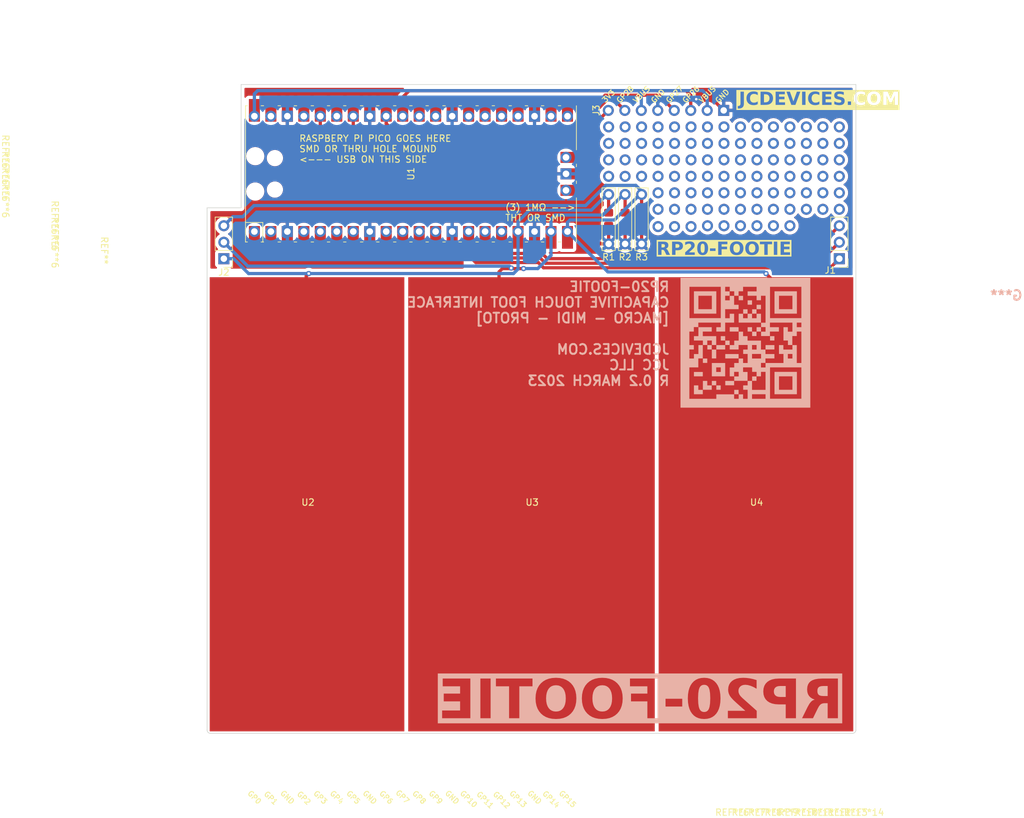
<source format=kicad_pcb>
(kicad_pcb (version 20221018) (generator pcbnew)
  (layers (0 "F.Cu" signal) (31 "B.Cu" signal) (34 "B.Paste" user) (35 "F.Paste" user) (36 "B.SilkS" user "B.Silkscreen") (37 "F.SilkS" user "F.Silkscreen") (38 "B.Mask" user) (39 "F.Mask" user) (44 "Edge.Cuts" user))
  (net 0 "")
  (net 1 "Net-(J1-Pin_1)")
  (net 2 "Net-(J1-Pin_2)")
  (net 3 "Net-(J1-Pin_3)")
  (net 4 "Net-(J2-Pin_1)")
  (net 5 "Net-(J2-Pin_2)")
  (net 6 "Net-(J2-Pin_3)")
  (net 7 "GND")
  (net 8 "Net-(J3-Pin_3)")
  (net 9 "Net-(J3-Pin_4)")
  (net 10 "Net-(J3-Pin_7)")
  (net 11 "Net-(#FLG0102-pwr)")
  (net 16 "+5V")
  (footprint "MCU_RaspberryPi_and_Boards:RPi_Pico_SMD_TH" (layer "F.Cu") (at 105.419 56.769 90)
    (fp_text reference "U1" (at 0 0 90) (layer "F.SilkS"))
    (fp_text value "Pico")
    (fp_text user "GP13" (at -96.366 16.51 135) (layer "F.SilkS") (effects (font (size 0.8 0.8))))
    (fp_text user "GP12" (at -96.512 13.97 135) (layer "F.SilkS") (effects (font (size 0.8 0.8))))
    (fp_text user "GP10" (at -96.366 8.89 135) (layer "F.SilkS") (effects (font (size 0.8 0.8))))
    (fp_text user "GP0" (at -96.112 -24.13 135) (layer "F.SilkS") (effects (font (size 0.8 0.8))))
    (fp_text user "GP8" (at -96.112 1.27 135) (layer "F.SilkS") (effects (font (size 0.8 0.8))))
    (fp_text user "GP2" (at -96.212 -16.51 135) (layer "F.SilkS") (effects (font (size 0.8 0.8))))
    (fp_text user "GP14" (at -96.412 21.59 135) (layer "F.SilkS") (effects (font (size 0.8 0.8))))
    (fp_text user "GP5" (at -96.112 -8.89 135) (layer "F.SilkS") (effects (font (size 0.8 0.8))))
    (fp_text user "GP3" (at -96.112 -13.97 135) (layer "F.SilkS") (effects (font (size 0.8 0.8))))
    (fp_text user "GND" (at -96.112 -6.35 135) (layer "F.SilkS") (effects (font (size 0.8 0.8))))
    (fp_text user "GP6" (at -96.112 -3.81 135) (layer "F.SilkS") (effects (font (size 0.8 0.8))))
    (fp_text user "GP11" (at -96.512 11.43 135) (layer "F.SilkS") (effects (font (size 0.8 0.8))))
    (fp_text user "GND" (at -96.112 -19.05 135) (layer "F.SilkS") (effects (font (size 0.8 0.8))))
    (fp_text user "GP15" (at -96.366 24.13 135) (layer "F.SilkS") (effects (font (size 0.8 0.8))))
    (fp_text user "GP7" (at -96.012 -1.3 135) (layer "F.SilkS") (effects (font (size 0.8 0.8))))
    (fp_text user "GP1" (at -96.212 -21.6 135) (layer "F.SilkS") (effects (font (size 0.8 0.8))))
    (fp_text user "GP4" (at -96.112 -11.43 135) (layer "F.SilkS") (effects (font (size 0.8 0.8))))
    (fp_text user "GP9" (at -96.112 3.81 135) (layer "F.SilkS") (effects (font (size 0.8 0.8))))
    (fp_text user "GND" (at -96.112 6.35 135) (layer "F.SilkS") (effects (font (size 0.8 0.8))))
    (fp_text user "GND" (at -96.112 19.05 135) (layer "F.SilkS") (effects (font (size 0.8 0.8))))
    (pad "" np_thru_hole oval (at -2.725 -24 90) (size 1.8 1.8) (drill 1.8) (layers "*.Cu" "*.Mask"))
    (pad "" np_thru_hole oval (at -2.425 -20.97 90) (size 1.5 1.5) (drill 1.5) (layers "*.Cu" "*.Mask"))
    (pad "" np_thru_hole oval (at 2.425 -20.97 90) (size 1.5 1.5) (drill 1.5) (layers "*.Cu" "*.Mask"))
    (pad "" np_thru_hole oval (at 2.725 -24 90) (size 1.8 1.8) (drill 1.8) (layers "*.Cu" "*.Mask"))
    (pad "1" thru_hole oval (at -8.89 -24.13 90) (size 1.7 1.7) (drill 1.02) (layers "*.Cu" "*.Mask"))
    (pad "1" smd rect (at -8.89 -24.13 90) (size 3.5 1.7) (drill (offset -0.9 0)) (layers "F.Cu" "F.Mask"))
    (pad "2" thru_hole oval (at -8.89 -21.59 90) (size 1.7 1.7) (drill 1.02) (layers "*.Cu" "*.Mask"))
    (pad "2" smd rect (at -8.89 -21.59 90) (size 3.5 1.7) (drill (offset -0.9 0)) (layers "F.Cu" "F.Mask"))
    (pad "3" thru_hole rect (at -8.89 -19.05 90) (size 1.7 1.7) (drill 1.02) (layers "*.Cu" "*.Mask") (net 7 "GND"))
    (pad "3" smd rect (at -8.89 -19.05 90) (size 3.5 1.7) (drill (offset -0.9 0)) (layers "F.Cu" "F.Mask") (net 7 "GND"))
    (pad "4" thru_hole oval (at -8.89 -16.51 90) (size 1.7 1.7) (drill 1.02) (layers "*.Cu" "*.Mask"))
    (pad "4" smd rect (at -8.89 -16.51 90) (size 3.5 1.7) (drill (offset -0.9 0)) (layers "F.Cu" "F.Mask"))
    (pad "5" thru_hole oval (at -8.89 -13.97 90) (size 1.7 1.7) (drill 1.02) (layers "*.Cu" "*.Mask"))
    (pad "5" smd rect (at -8.89 -13.97 90) (size 3.5 1.7) (drill (offset -0.9 0)) (layers "F.Cu" "F.Mask"))
    (pad "6" thru_hole oval (at -8.89 -11.43 90) (size 1.7 1.7) (drill 1.02) (layers "*.Cu" "*.Mask"))
    (pad "6" smd rect (at -8.89 -11.43 90) (size 3.5 1.7) (drill (offset -0.9 0)) (layers "F.Cu" "F.Mask"))
    (pad "7" thru_hole oval (at -8.89 -8.89 90) (size 1.7 1.7) (drill 1.02) (layers "*.Cu" "*.Mask"))
    (pad "7" smd rect (at -8.89 -8.89 90) (size 3.5 1.7) (drill (offset -0.9 0)) (layers "F.Cu" "F.Mask"))
    (pad "8" thru_hole rect (at -8.89 -6.35 90) (size 1.7 1.7) (drill 1.02) (layers "*.Cu" "*.Mask") (net 7 "GND"))
    (pad "8" smd rect (at -8.89 -6.35 90) (size 3.5 1.7) (drill (offset -0.9 0)) (layers "F.Cu" "F.Mask") (net 7 "GND"))
    (pad "9" thru_hole oval (at -8.89 -3.81 90) (size 1.7 1.7) (drill 1.02) (layers "*.Cu" "*.Mask"))
    (pad "9" smd rect (at -8.89 -3.81 90) (size 3.5 1.7) (drill (offset -0.9 0)) (layers "F.Cu" "F.Mask"))
    (pad "10" thru_hole oval (at -8.89 -1.27 90) (size 1.7 1.7) (drill 1.02) (layers "*.Cu" "*.Mask"))
    (pad "10" smd rect (at -8.89 -1.27 90) (size 3.5 1.7) (drill (offset -0.9 0)) (layers "F.Cu" "F.Mask"))
    (pad "11" thru_hole oval (at -8.89 1.27 90) (size 1.7 1.7) (drill 1.02) (layers "*.Cu" "*.Mask"))
    (pad "11" smd rect (at -8.89 1.27 90) (size 3.5 1.7) (drill (offset -0.9 0)) (layers "F.Cu" "F.Mask"))
    (pad "12" thru_hole oval (at -8.89 3.81 90) (size 1.7 1.7) (drill 1.02) (layers "*.Cu" "*.Mask"))
    (pad "12" smd rect (at -8.89 3.81 90) (size 3.5 1.7) (drill (offset -0.9 0)) (layers "F.Cu" "F.Mask"))
    (pad "13" thru_hole rect (at -8.89 6.35 90) (size 1.7 1.7) (drill 1.02) (layers "*.Cu" "*.Mask") (net 7 "GND"))
    (pad "13" smd rect (at -8.89 6.35 90) (size 3.5 1.7) (drill (offset -0.9 0)) (layers "F.Cu" "F.Mask") (net 7 "GND"))
    (pad "14" thru_hole oval (at -8.89 8.89 90) (size 1.7 1.7) (drill 1.02) (layers "*.Cu" "*.Mask") (net 1 "Net-(J1-Pin_1)"))
    (pad "14" smd rect (at -8.89 8.89 90) (size 3.5 1.7) (drill (offset -0.9 0)) (layers "F.Cu" "F.Mask") (net 1 "Net-(J1-Pin_1)"))
    (pad "15" thru_hole oval (at -8.89 11.43 90) (size 1.7 1.7) (drill 1.02) (layers "*.Cu" "*.Mask") (net 2 "Net-(J1-Pin_2)"))
    (pad "15" smd rect (at -8.89 11.43 90) (size 3.5 1.7) (drill (offset -0.9 0)) (layers "F.Cu" "F.Mask") (net 2 "Net-(J1-Pin_2)"))
    (pad "16" thru_hole oval (at -8.89 13.97 90) (size 1.7 1.7) (drill 1.02) (layers "*.Cu" "*.Mask") (net 3 "Net-(J1-Pin_3)"))
    (pad "16" smd rect (at -8.89 13.97 90) (size 3.5 1.7) (drill (offset -0.9 0)) (layers "F.Cu" "F.Mask") (net 3 "Net-(J1-Pin_3)"))
    (pad "17" thru_hole oval (at -8.89 16.51 90) (size 1.7 1.7) (drill 1.02) (layers "*.Cu" "*.Mask") (net 4 "Net-(J2-Pin_1)"))
    (pad "17" smd rect (at -8.89 16.51 90) (size 3.5 1.7) (drill (offset -0.9 0)) (layers "F.Cu" "F.Mask") (net 4 "Net-(J2-Pin_1)"))
    (pad "18" thru_hole rect (at -8.89 19.05 90) (size 1.7 1.7) (drill 1.02) (layers "*.Cu" "*.Mask") (net 7 "GND"))
    (pad "18" smd rect (at -8.89 19.05 90) (size 3.5 1.7) (drill (offset -0.9 0)) (layers "F.Cu" "F.Mask") (net 7 "GND"))
    (pad "19" thru_hole oval (at -8.89 21.59 90) (size 1.7 1.7) (drill 1.02) (layers "*.Cu" "*.Mask") (net 5 "Net-(J2-Pin_2)"))
    (pad "19" smd rect (at -8.89 21.59 90) (size 3.5 1.7) (drill (offset -0.9 0)) (layers "F.Cu" "F.Mask") (net 5 "Net-(J2-Pin_2)"))
    (pad "20" thru_hole oval (at -8.89 24.13 90) (size 1.7 1.7) (drill 1.02) (layers "*.Cu" "*.Mask") (net 6 "Net-(J2-Pin_3)"))
    (pad "20" smd rect (at -8.89 24.13 90) (size 3.5 1.7) (drill (offset -0.9 0)) (layers "F.Cu" "F.Mask") (net 6 "Net-(J2-Pin_3)"))
    (pad "21" thru_hole oval (at 8.89 24.13 90) (size 1.7 1.7) (drill 1.02) (layers "*.Cu" "*.Mask"))
    (pad "21" smd rect (at 8.89 24.13 90) (size 3.5 1.7) (drill (offset 0.9 0)) (layers "F.Cu" "F.Mask"))
    (pad "22" thru_hole oval (at 8.89 21.59 90) (size 1.7 1.7) (drill 1.02) (layers "*.Cu" "*.Mask"))
    (pad "22" smd rect (at 8.89 21.59 90) (size 3.5 1.7) (drill (offset 0.9 0)) (layers "F.Cu" "F.Mask"))
    (pad "23" thru_hole rect (at 8.89 19.05 90) (size 1.7 1.7) (drill 1.02) (layers "*.Cu" "*.Mask") (net 7 "GND"))
    (pad "23" smd rect (at 8.89 19.05 90) (size 3.5 1.7) (drill (offset 0.9 0)) (layers "F.Cu" "F.Mask") (net 7 "GND"))
    (pad "24" thru_hole oval (at 8.89 16.51 90) (size 1.7 1.7) (drill 1.02) (layers "*.Cu" "*.Mask"))
    (pad "24" smd rect (at 8.89 16.51 90) (size 3.5 1.7) (drill (offset 0.9 0)) (layers "F.Cu" "F.Mask"))
    (pad "25" thru_hole oval (at 8.89 13.97 90) (size 1.7 1.7) (drill 1.02) (layers "*.Cu" "*.Mask"))
    (pad "25" smd rect (at 8.89 13.97 90) (size 3.5 1.7) (drill (offset 0.9 0)) (layers "F.Cu" "F.Mask"))
    (pad "26" thru_hole oval (at 8.89 11.43 90) (size 1.7 1.7) (drill 1.02) (layers "*.Cu" "*.Mask"))
    (pad "26" smd rect (at 8.89 11.43 90) (size 3.5 1.7) (drill (offset 0.9 0)) (layers "F.Cu" "F.Mask"))
    (pad "27" thru_hole oval (at 8.89 8.89 90) (size 1.7 1.7) (drill 1.02) (layers "*.Cu" "*.Mask"))
    (pad "27" smd rect (at 8.89 8.89 90) (size 3.5 1.7) (drill (offset 0.9 0)) (layers "F.Cu" "F.Mask"))
    (pad "28" thru_hole rect (at 8.89 6.35 90) (size 1.7 1.7) (drill 1.02) (layers "*.Cu" "*.Mask") (net 7 "GND"))
    (pad "28" smd rect (at 8.89 6.35 90) (size 3.5 1.7) (drill (offset 0.9 0)) (layers "F.Cu" "F.Mask") (net 7 "GND"))
    (pad "29" thru_hole oval (at 8.89 3.81 90) (size 1.7 1.7) (drill 1.02) (layers "*.Cu" "*.Mask"))
    (pad "29" smd rect (at 8.89 3.81 90) (size 3.5 1.7) (drill (offset 0.9 0)) (layers "F.Cu" "F.Mask"))
    (pad "30" thru_hole oval (at 8.89 1.27 90) (size 1.7 1.7) (drill 1.02) (layers "*.Cu" "*.Mask"))
    (pad "30" smd rect (at 8.89 1.27 90) (size 3.5 1.7) (drill (offset 0.9 0)) (layers "F.Cu" "F.Mask"))
    (pad "31" thru_hole oval (at 8.89 -1.27 90) (size 1.7 1.7) (drill 1.02) (layers "*.Cu" "*.Mask") (net 8 "Net-(J3-Pin_3)"))
    (pad "31" smd rect (at 8.89 -1.27 90) (size 3.5 1.7) (drill (offset 0.9 0)) (layers "F.Cu" "F.Mask") (net 8 "Net-(J3-Pin_3)"))
    (pad "32" thru_hole oval (at 8.89 -3.81 90) (size 1.7 1.7) (drill 1.02) (layers "*.Cu" "*.Mask") (net 9 "Net-(J3-Pin_4)"))
    (pad "32" smd rect (at 8.89 -3.81 90) (size 3.5 1.7) (drill (offset 0.9 0)) (layers "F.Cu" "F.Mask") (net 9 "Net-(J3-Pin_4)"))
    (pad "33" thru_hole rect (at 8.89 -6.35 90) (size 1.7 1.7) (drill 1.02) (layers "*.Cu" "*.Mask") (net 7 "GND"))
    (pad "33" smd rect (at 8.89 -6.35 90) (size 3.5 1.7) (drill (offset 0.9 0)) (layers "F.Cu" "F.Mask") (net 7 "GND"))
    (pad "34" thru_hole oval (at 8.89 -8.89 90) (size 1.7 1.7) (drill 1.02) (layers "*.Cu" "*.Mask") (net 10 "Net-(J3-Pin_7)"))
    (pad "34" smd rect (at 8.89 -8.89 90) (size 3.5 1.7) (drill (offset 0.9 0)) (layers "F.Cu" "F.Mask") (net 10 "Net-(J3-Pin_7)"))
    (pad "35" thru_hole oval (at 8.89 -11.43 90) (size 1.7 1.7) (drill 1.02) (layers "*.Cu" "*.Mask"))
    (pad "35" smd rect (at 8.89 -11.43 90) (size 3.5 1.7) (drill (offset 0.9 0)) (layers "F.Cu" "F.Mask"))
    (pad "36" thru_hole oval (at 8.89 -13.97 90) (size 1.7 1.7) (drill 1.02) (layers "*.Cu" "*.Mask") (net 11 "Net-(#FLG0102-pwr)"))
    (pad "36" smd rect (at 8.89 -13.97 90) (size 3.5 1.7) (drill (offset 0.9 0)) (layers "F.Cu" "F.Mask") (net 11 "Net-(#FLG0102-pwr)"))
    (pad "37" thru_hole oval (at 8.89 -16.51 90) (size 1.7 1.7) (drill 1.02) (layers "*.Cu" "*.Mask"))
    (pad "37" smd rect (at 8.89 -16.51 90) (size 3.5 1.7) (drill (offset 0.9 0)) (layers "F.Cu" "F.Mask"))
    (pad "38" thru_hole rect (at 8.89 -19.05 90) (size 1.7 1.7) (drill 1.02) (layers "*.Cu" "*.Mask") (net 7 "GND"))
    (pad "38" smd rect (at 8.89 -19.05 90) (size 3.5 1.7) (drill (offset 0.9 0)) (layers "F.Cu" "F.Mask") (net 7 "GND"))
    (pad "39" thru_hole oval (at 8.89 -21.59 90) (size 1.7 1.7) (drill 1.02) (layers "*.Cu" "*.Mask"))
    (pad "39" smd rect (at 8.89 -21.59 90) (size 3.5 1.7) (drill (offset 0.9 0)) (layers "F.Cu" "F.Mask"))
    (pad "40" thru_hole oval (at 8.89 -24.13 90) (size 1.7 1.7) (drill 1.02) (layers "*.Cu" "*.Mask") (net 16 "+5V"))
    (pad "40" smd rect (at 8.89 -24.13 90) (size 3.5 1.7) (drill (offset 0.9 0)) (layers "F.Cu" "F.Mask") (net 16 "+5V"))
    (pad "41" thru_hole oval (at -2.54 23.9 90) (size 1.7 1.7) (drill 1.02) (layers "*.Cu" "*.Mask"))
    (pad "41" smd rect (at -2.54 23.9 180) (size 3.5 1.7) (drill (offset -0.9 0)) (layers "F.Cu" "F.Mask"))
    (pad "42" thru_hole rect (at 0 23.9 90) (size 1.7 1.7) (drill 1.02) (layers "*.Cu" "*.Mask") (net 7 "GND"))
    (pad "42" smd rect (at 0 23.9 180) (size 3.5 1.7) (drill (offset -0.9 0)) (layers "F.Cu" "F.Mask") (net 7 "GND"))
    (pad "43" thru_hole oval (at 2.54 23.9 90) (size 1.7 1.7) (drill 1.02) (layers "*.Cu" "*.Mask"))
    (pad "43" smd rect (at 2.54 23.9 180) (size 3.5 1.7) (drill (offset -0.9 0)) (layers "F.Cu" "F.Mask"))
  )
  (footprint "JCC:pad-lr" (layer "F.Cu") (at 158.7 107.9)
    (fp_text reference "U4" (at 0 -0.5 unlocked) (layer "F.SilkS"))
    (fp_text value "PAD-LR")
    (pad "1" smd rect (at -0.1 -0.2) (size 30 70) (layers "F.Cu" "F.Paste" "F.Mask") (net 6 "Net-(J2-Pin_3)"))
    (pad "1" smd roundrect (at 0 -0.1) (size 2.286 1.524) (layers "F.Cu" "F.Paste" "F.Mask") (net 6 "Net-(J2-Pin_3)"))
  )
  (footprint "JCC:row-6-through-hole-jsc" (layer "F.Cu") (at 153.67 62.23)
    (fp_text reference "REF**7" (at 3.81 92.964 unlocked) (layer "F.SilkS"))
    (fp_text value "row-6-through-hole-jsc")
    (pad "" thru_hole circle (at 0 -12.7) (size 1.7 1.7) (drill 1) (layers "*.Cu" "*.Mask"))
    (pad "" thru_hole circle (at 0 -10.16) (size 1.7 1.7) (drill 1) (layers "*.Cu" "*.Mask"))
    (pad "" thru_hole circle (at 0 -7.62) (size 1.7 1.7) (drill 1) (layers "*.Cu" "*.Mask"))
    (pad "" thru_hole circle (at 0 -5.08) (size 1.7 1.7) (drill 1) (layers "*.Cu" "*.Mask"))
    (pad "" thru_hole circle (at 0 -2.54) (size 1.7 1.7) (drill 1) (layers "*.Cu" "*.Mask"))
    (pad "" thru_hole circle (at 0 0) (size 1.7 1.7) (drill 1) (layers "*.Cu" "*.Mask"))
  )
  (footprint "JCC:row-6-through-hole-jsc" (layer "F.Cu") (at 171.45 62.23)
    (fp_text reference "REF**14" (at 3.81 92.964 unlocked) (layer "F.SilkS"))
    (fp_text value "row-6-through-hole-jsc")
    (pad "" thru_hole circle (at 0 -12.7) (size 1.7 1.7) (drill 1) (layers "*.Cu" "*.Mask"))
    (pad "" thru_hole circle (at 0 -10.16) (size 1.7 1.7) (drill 1) (layers "*.Cu" "*.Mask"))
    (pad "" thru_hole circle (at 0 -7.62) (size 1.7 1.7) (drill 1) (layers "*.Cu" "*.Mask"))
    (pad "" thru_hole circle (at 0 -5.08) (size 1.7 1.7) (drill 1) (layers "*.Cu" "*.Mask"))
    (pad "" thru_hole circle (at 0 -2.54) (size 1.7 1.7) (drill 1) (layers "*.Cu" "*.Mask"))
    (pad "" thru_hole circle (at 0 0) (size 1.7 1.7) (drill 1) (layers "*.Cu" "*.Mask"))
  )
  (footprint "JCC:pad-ctr" (layer "F.Cu") (at 124.1 107.9)
    (fp_text reference "U3" (at 0 -0.5 unlocked) (layer "F.SilkS"))
    (fp_text value "PAD-CTR")
    (pad "1" smd rect (at -0.1 -0.2) (size 38 70) (layers "F.Cu" "F.Paste" "F.Mask") (net 5 "Net-(J2-Pin_2)"))
    (pad "1" smd roundrect (at 0 -0.1) (size 2.286 1.524) (layers "F.Cu" "F.Paste" "F.Mask") (net 5 "Net-(J2-Pin_2)"))
  )
  (footprint "Connector_PinHeader_2.54mm:PinHeader_1x08_P2.54mm_Vertical" (layer "F.Cu") (at 153.625 46.99 -90)
    (fp_text reference "J3" (at 0 19.64 90) (layer "F.SilkS"))
    (fp_text value "Conn_01x08_Male")
    (pad "1" thru_hole rect (at 0 0 270) (size 1.7 1.7) (drill 1) (layers "*.Cu" "*.Mask") (net 7 "GND"))
    (pad "2" thru_hole oval (at 0 2.54 270) (size 1.7 1.7) (drill 1) (layers "*.Cu" "*.Mask") (net 16 "+5V"))
    (pad "3" thru_hole oval (at 0 5.08 270) (size 1.7 1.7) (drill 1) (layers "*.Cu" "*.Mask") (net 8 "Net-(J3-Pin_3)"))
    (pad "4" thru_hole oval (at 0 7.62 270) (size 1.7 1.7) (drill 1) (layers "*.Cu" "*.Mask") (net 9 "Net-(J3-Pin_4)"))
    (pad "5" thru_hole oval (at 0 10.16 270) (size 1.7 1.7) (drill 1) (layers "*.Cu" "*.Mask") (net 7 "GND"))
    (pad "6" thru_hole oval (at 0 12.7 270) (size 1.7 1.7) (drill 1) (layers "*.Cu" "*.Mask") (net 16 "+5V"))
    (pad "7" thru_hole oval (at 0 15.24 270) (size 1.7 1.7) (drill 1) (layers "*.Cu" "*.Mask") (net 10 "Net-(J3-Pin_7)"))
    (pad "8" thru_hole oval (at 0 17.78 270) (size 1.7 1.7) (drill 1) (layers "*.Cu" "*.Mask") (net 11 "Net-(#FLG0102-pwr)"))
  )
  (footprint "JCC:row-6-through-hole-jsc" (layer "F.Cu") (at 135.89 49.53 -90)
    (fp_text reference "REF**6" (at 3.81 92.964 -90 unlocked) (layer "F.SilkS"))
    (fp_text value "row-6-through-hole-jsc")
    (pad "" thru_hole circle (at 0 -12.7 270) (size 1.7 1.7) (drill 1) (layers "*.Cu" "*.Mask"))
    (pad "" thru_hole circle (at 0 -10.16 270) (size 1.7 1.7) (drill 1) (layers "*.Cu" "*.Mask"))
    (pad "" thru_hole circle (at 0 -7.62 270) (size 1.7 1.7) (drill 1) (layers "*.Cu" "*.Mask"))
    (pad "" thru_hole circle (at 0 -5.08 270) (size 1.7 1.7) (drill 1) (layers "*.Cu" "*.Mask"))
    (pad "" thru_hole circle (at 0 -2.54 270) (size 1.7 1.7) (drill 1) (layers "*.Cu" "*.Mask"))
    (pad "" thru_hole circle (at 0 0 270) (size 1.7 1.7) (drill 1) (layers "*.Cu" "*.Mask"))
  )
  (footprint "JCC:row-6-through-hole-jsc" (layer "F.Cu") (at 151.13 64.77 -90)
    (fp_text reference "REF**" (at 3.81 92.964 -90 unlocked) (layer "F.SilkS"))
    (fp_text value "row-6-through-hole-jsc")
    (pad "" thru_hole circle (at 0 -12.7 270) (size 1.7 1.7) (drill 1) (layers "*.Cu" "*.Mask"))
    (pad "" thru_hole circle (at 0 -10.16 270) (size 1.7 1.7) (drill 1) (layers "*.Cu" "*.Mask"))
    (pad "" thru_hole circle (at 0 -7.62 270) (size 1.7 1.7) (drill 1) (layers "*.Cu" "*.Mask"))
    (pad "" thru_hole circle (at 0 -5.08 270) (size 1.7 1.7) (drill 1) (layers "*.Cu" "*.Mask"))
    (pad "" thru_hole circle (at 0 -2.54 270) (size 1.7 1.7) (drill 1) (layers "*.Cu" "*.Mask"))
    (pad "" thru_hole circle (at 0 0 270) (size 1.7 1.7) (drill 1) (layers "*.Cu" "*.Mask"))
  )
  (footprint "JCC:row-6-through-hole-jsc" (layer "F.Cu") (at 135.89 52.07 -90)
    (fp_text reference "REF**6" (at 3.81 92.964 -90 unlocked) (layer "F.SilkS"))
    (fp_text value "row-6-through-hole-jsc")
    (pad "" thru_hole circle (at 0 -12.7 270) (size 1.7 1.7) (drill 1) (layers "*.Cu" "*.Mask"))
    (pad "" thru_hole circle (at 0 -10.16 270) (size 1.7 1.7) (drill 1) (layers "*.Cu" "*.Mask"))
    (pad "" thru_hole circle (at 0 -7.62 270) (size 1.7 1.7) (drill 1) (layers "*.Cu" "*.Mask"))
    (pad "" thru_hole circle (at 0 -5.08 270) (size 1.7 1.7) (drill 1) (layers "*.Cu" "*.Mask"))
    (pad "" thru_hole circle (at 0 -2.54 270) (size 1.7 1.7) (drill 1) (layers "*.Cu" "*.Mask"))
    (pad "" thru_hole circle (at 0 0 270) (size 1.7 1.7) (drill 1) (layers "*.Cu" "*.Mask"))
  )
  (footprint "JCC:row-6-through-hole-jsc" (layer "F.Cu") (at 166.37 62.23)
    (fp_text reference "REF**12" (at 3.81 92.964 unlocked) (layer "F.SilkS"))
    (fp_text value "row-6-through-hole-jsc")
    (pad "" thru_hole circle (at 0 -12.7) (size 1.7 1.7) (drill 1) (layers "*.Cu" "*.Mask"))
    (pad "" thru_hole circle (at 0 -10.16) (size 1.7 1.7) (drill 1) (layers "*.Cu" "*.Mask"))
    (pad "" thru_hole circle (at 0 -7.62) (size 1.7 1.7) (drill 1) (layers "*.Cu" "*.Mask"))
    (pad "" thru_hole circle (at 0 -5.08) (size 1.7 1.7) (drill 1) (layers "*.Cu" "*.Mask"))
    (pad "" thru_hole circle (at 0 -2.54) (size 1.7 1.7) (drill 1) (layers "*.Cu" "*.Mask"))
    (pad "" thru_hole circle (at 0 0) (size 1.7 1.7) (drill 1) (layers "*.Cu" "*.Mask"))
  )
  (footprint "JCC:row-6-through-hole-jsc" (layer "F.Cu") (at 135.89 57.15 -90)
    (fp_text reference "REF**6" (at 3.81 92.964 -90 unlocked) (layer "F.SilkS"))
    (fp_text value "row-6-through-hole-jsc")
    (pad "" thru_hole circle (at 0 -12.7 270) (size 1.7 1.7) (drill 1) (layers "*.Cu" "*.Mask"))
    (pad "" thru_hole circle (at 0 -10.16 270) (size 1.7 1.7) (drill 1) (layers "*.Cu" "*.Mask"))
    (pad "" thru_hole circle (at 0 -7.62 270) (size 1.7 1.7) (drill 1) (layers "*.Cu" "*.Mask"))
    (pad "" thru_hole circle (at 0 -5.08 270) (size 1.7 1.7) (drill 1) (layers "*.Cu" "*.Mask"))
    (pad "" thru_hole circle (at 0 -2.54 270) (size 1.7 1.7) (drill 1) (layers "*.Cu" "*.Mask"))
    (pad "" thru_hole circle (at 0 0 270) (size 1.7 1.7) (drill 1) (layers "*.Cu" "*.Mask"))
  )
  (footprint "JCC:row-6-through-hole-jsc" (layer "F.Cu") (at 163.83 62.23)
    (fp_text reference "REF**11" (at 3.81 92.964 unlocked) (layer "F.SilkS"))
    (fp_text value "row-6-through-hole-jsc")
    (pad "" thru_hole circle (at 0 -12.7) (size 1.7 1.7) (drill 1) (layers "*.Cu" "*.Mask"))
    (pad "" thru_hole circle (at 0 -10.16) (size 1.7 1.7) (drill 1) (layers "*.Cu" "*.Mask"))
    (pad "" thru_hole circle (at 0 -7.62) (size 1.7 1.7) (drill 1) (layers "*.Cu" "*.Mask"))
    (pad "" thru_hole circle (at 0 -5.08) (size 1.7 1.7) (drill 1) (layers "*.Cu" "*.Mask"))
    (pad "" thru_hole circle (at 0 -2.54) (size 1.7 1.7) (drill 1) (layers "*.Cu" "*.Mask"))
    (pad "" thru_hole circle (at 0 0) (size 1.7 1.7) (drill 1) (layers "*.Cu" "*.Mask"))
  )
  (footprint "Connector_PinHeader_2.54mm:PinHeader_1x03_P2.54mm_Vertical" (layer "F.Cu") (at 171.45 69.85 180)
    (fp_text reference "J1" (at 1.397 -1.778) (layer "F.SilkS"))
    (fp_text value "Conn_01x03_Male")
    (pad "1" thru_hole rect (at 0 0 180) (size 1.7 1.7) (drill 1) (layers "*.Cu" "*.Mask") (net 1 "Net-(J1-Pin_1)"))
    (pad "2" thru_hole oval (at 0 2.54 180) (size 1.7 1.7) (drill 1) (layers "*.Cu" "*.Mask") (net 2 "Net-(J1-Pin_2)"))
    (pad "3" thru_hole oval (at 0 5.08 180) (size 1.7 1.7) (drill 1) (layers "*.Cu" "*.Mask") (net 3 "Net-(J1-Pin_3)"))
  )
  (footprint "JCC:row-6-through-hole-jsc" (layer "F.Cu") (at 143.51 64.897 -90)
    (fp_text reference "REF**6" (at 3.81 92.964 -90 unlocked) (layer "F.SilkS"))
    (fp_text value "row-6-through-hole-jsc")
    (pad "" thru_hole circle (at 0 -5.08 270) (size 1.7 1.7) (drill 1) (layers "*.Cu" "*.Mask"))
    (pad "" thru_hole circle (at 0 -2.54 270) (size 1.7 1.7) (drill 1) (layers "*.Cu" "*.Mask"))
    (pad "" thru_hole circle (at 0 0 270) (size 1.7 1.7) (drill 1) (layers "*.Cu" "*.Mask"))
  )
  (footprint "JCC:row-6-through-hole-jsc" (layer "F.Cu") (at 161.29 62.23)
    (fp_text reference "REF**10" (at 3.81 92.964 unlocked) (layer "F.SilkS"))
    (fp_text value "row-6-through-hole-jsc")
    (pad "" thru_hole circle (at 0 -12.7) (size 1.7 1.7) (drill 1) (layers "*.Cu" "*.Mask"))
    (pad "" thru_hole circle (at 0 -10.16) (size 1.7 1.7) (drill 1) (layers "*.Cu" "*.Mask"))
    (pad "" thru_hole circle (at 0 -7.62) (size 1.7 1.7) (drill 1) (layers "*.Cu" "*.Mask"))
    (pad "" thru_hole circle (at 0 -5.08) (size 1.7 1.7) (drill 1) (layers "*.Cu" "*.Mask"))
    (pad "" thru_hole circle (at 0 -2.54) (size 1.7 1.7) (drill 1) (layers "*.Cu" "*.Mask"))
    (pad "" thru_hole circle (at 0 0) (size 1.7 1.7) (drill 1) (layers "*.Cu" "*.Mask"))
  )
  (footprint "JCC:row-6-through-hole-jsc" (layer "F.Cu") (at 156.21 62.23)
    (fp_text reference "REF**8" (at 3.81 92.964 unlocked) (layer "F.SilkS"))
    (fp_text value "row-6-through-hole-jsc")
    (pad "" thru_hole circle (at 0 -12.7) (size 1.7 1.7) (drill 1) (layers "*.Cu" "*.Mask"))
    (pad "" thru_hole circle (at 0 -10.16) (size 1.7 1.7) (drill 1) (layers "*.Cu" "*.Mask"))
    (pad "" thru_hole circle (at 0 -7.62) (size 1.7 1.7) (drill 1) (layers "*.Cu" "*.Mask"))
    (pad "" thru_hole circle (at 0 -5.08) (size 1.7 1.7) (drill 1) (layers "*.Cu" "*.Mask"))
    (pad "" thru_hole circle (at 0 -2.54) (size 1.7 1.7) (drill 1) (layers "*.Cu" "*.Mask"))
    (pad "" thru_hole circle (at 0 0) (size 1.7 1.7) (drill 1) (layers "*.Cu" "*.Mask"))
  )
  (footprint "JCC:row-6-through-hole-jsc" (layer "F.Cu") (at 143.51 59.69 -90)
    (fp_text reference "REF**6" (at 3.81 92.964 -90 unlocked) (layer "F.SilkS"))
    (fp_text value "row-6-through-hole-jsc")
    (pad "" thru_hole circle (at 0 -5.08 270) (size 1.7 1.7) (drill 1) (layers "*.Cu" "*.Mask"))
    (pad "" thru_hole circle (at 0 -2.54 270) (size 1.7 1.7) (drill 1) (layers "*.Cu" "*.Mask"))
    (pad "" thru_hole circle (at 0 0 270) (size 1.7 1.7) (drill 1) (layers "*.Cu" "*.Mask"))
  )
  (footprint "JCC:row-6-through-hole-jsc" (layer "F.Cu") (at 151.13 62.23)
    (fp_text reference "REF**6" (at 3.81 92.964 unlocked) (layer "F.SilkS"))
    (fp_text value "row-6-through-hole-jsc")
    (pad "" thru_hole circle (at 0 -12.7) (size 1.7 1.7) (drill 1) (layers "*.Cu" "*.Mask"))
    (pad "" thru_hole circle (at 0 -10.16) (size 1.7 1.7) (drill 1) (layers "*.Cu" "*.Mask"))
    (pad "" thru_hole circle (at 0 -7.62) (size 1.7 1.7) (drill 1) (layers "*.Cu" "*.Mask"))
    (pad "" thru_hole circle (at 0 -5.08) (size 1.7 1.7) (drill 1) (layers "*.Cu" "*.Mask"))
    (pad "" thru_hole circle (at 0 -2.54) (size 1.7 1.7) (drill 1) (layers "*.Cu" "*.Mask"))
    (pad "" thru_hole circle (at 0 0) (size 1.7 1.7) (drill 1) (layers "*.Cu" "*.Mask"))
  )
  (footprint "JCC:R_0805_2012Metric_Pad1.20x1.40mm_HandSolder-THT-JSC" (layer "F.Cu") (at 138.43 63.754 90)
    (fp_text reference "R2" (at -5.842 0) (layer "F.SilkS"))
    (fp_text value "1M")
    (fp_line (start -1.6 0) (end -3.048 0) (stroke (width 0.5)) (layer "F.Cu"))
    (fp_line (start 1 0) (end 3.048 0) (stroke (width 0.5)) (layer "F.Cu"))
    (pad "" smd roundrect (at -1 0 90) (size 1.2 1.4) (layers "F.Cu" "F.Paste" "F.Mask") (roundrect_rratio 0.2083333333))
    (pad "" smd roundrect (at 1 0 90) (size 1.2 1.4) (layers "F.Cu" "F.Paste" "F.Mask") (roundrect_rratio 0.2083333333))
    (pad "1" thru_hole circle (at 3.81 0 90) (size 1.7 1.7) (drill 1) (layers "*.Cu" "*.Mask") (net 5 "Net-(J2-Pin_2)"))
    (pad "2" thru_hole circle (at -3.81 0 90) (size 1.7 1.7) (drill 1) (layers "*.Cu" "*.Mask") (net 7 "GND"))
  )
  (footprint "Connector_PinHeader_2.54mm:PinHeader_1x03_P2.54mm_Vertical" (layer "F.Cu") (at 76.581 69.85 180)
    (fp_text reference "J2" (at 0 -2.1) (layer "F.SilkS"))
    (fp_text value "Conn_01x03_Male")
    (pad "1" thru_hole rect (at 0 0 180) (size 1.7 1.7) (drill 1) (layers "*.Cu" "*.Mask") (net 4 "Net-(J2-Pin_1)"))
    (pad "2" thru_hole oval (at 0 2.54 180) (size 1.7 1.7) (drill 1) (layers "*.Cu" "*.Mask") (net 5 "Net-(J2-Pin_2)"))
    (pad "3" thru_hole oval (at 0 5.08 180) (size 1.7 1.7) (drill 1) (layers "*.Cu" "*.Mask") (net 6 "Net-(J2-Pin_3)"))
  )
  (footprint "JCC:R_0805_2012Metric_Pad1.20x1.40mm_HandSolder-THT-JSC" (layer "F.Cu") (at 140.97 63.754 90)
    (fp_text reference "R3" (at -5.842 0) (layer "F.SilkS"))
    (fp_text value "1M")
    (fp_line (start -1.6 0) (end -3.048 0) (stroke (width 0.5)) (layer "F.Cu"))
    (fp_line (start 1 0) (end 3.048 0) (stroke (width 0.5)) (layer "F.Cu"))
    (pad "" smd roundrect (at -1 0 90) (size 1.2 1.4) (layers "F.Cu" "F.Paste" "F.Mask") (roundrect_rratio 0.2083333333))
    (pad "" smd roundrect (at 1 0 90) (size 1.2 1.4) (layers "F.Cu" "F.Paste" "F.Mask") (roundrect_rratio 0.2083333333))
    (pad "1" thru_hole circle (at 3.81 0 90) (size 1.7 1.7) (drill 1) (layers "*.Cu" "*.Mask") (net 6 "Net-(J2-Pin_3)"))
    (pad "2" thru_hole circle (at -3.81 0 90) (size 1.7 1.7) (drill 1) (layers "*.Cu" "*.Mask") (net 7 "GND"))
  )
  (footprint "JCC:pad-lr" (layer "F.Cu") (at 89.55 107.9)
    (fp_text reference "U2" (at 0 -0.5 unlocked) (layer "F.SilkS"))
    (fp_text value "PAD-LR")
    (pad "1" smd rect (at -0.15 -0.2) (size 30 70) (layers "F.Cu" "F.Paste" "F.Mask") (net 4 "Net-(J2-Pin_1)"))
    (pad "1" smd roundrect (at 0 -0.1) (size 2.286 1.524) (layers "F.Cu" "F.Paste" "F.Mask") (net 4 "Net-(J2-Pin_1)"))
  )
  (footprint "JCC:row-6-through-hole-jsc" (layer "F.Cu") (at 158.75 62.23)
    (fp_text reference "REF**9" (at 3.81 92.964 unlocked) (layer "F.SilkS"))
    (fp_text value "row-6-through-hole-jsc")
    (pad "" thru_hole circle (at 0 -12.7) (size 1.7 1.7) (drill 1) (layers "*.Cu" "*.Mask"))
    (pad "" thru_hole circle (at 0 -10.16) (size 1.7 1.7) (drill 1) (layers "*.Cu" "*.Mask"))
    (pad "" thru_hole circle (at 0 -7.62) (size 1.7 1.7) (drill 1) (layers "*.Cu" "*.Mask"))
    (pad "" thru_hole circle (at 0 -5.08) (size 1.7 1.7) (drill 1) (layers "*.Cu" "*.Mask"))
    (pad "" thru_hole circle (at 0 -2.54) (size 1.7 1.7) (drill 1) (layers "*.Cu" "*.Mask"))
    (pad "" thru_hole circle (at 0 0) (size 1.7 1.7) (drill 1) (layers "*.Cu" "*.Mask"))
  )
  (footprint "JCC:row-6-through-hole-jsc" (layer "F.Cu") (at 143.51 62.23 -90)
    (fp_text reference "REF**6" (at 3.81 92.964 -90 unlocked) (layer "F.SilkS"))
    (fp_text value "row-6-through-hole-jsc")
    (pad "" thru_hole circle (at 0 -5.08 270) (size 1.7 1.7) (drill 1) (layers "*.Cu" "*.Mask"))
    (pad "" thru_hole circle (at 0 -2.54 270) (size 1.7 1.7) (drill 1) (layers "*.Cu" "*.Mask"))
    (pad "" thru_hole circle (at 0 0 270) (size 1.7 1.7) (drill 1) (layers "*.Cu" "*.Mask"))
  )
  (footprint "JCC:row-6-through-hole-jsc" (layer "F.Cu") (at 168.91 62.23)
    (fp_text reference "REF**13" (at 3.81 92.964 unlocked) (layer "F.SilkS"))
    (fp_text value "row-6-through-hole-jsc")
    (pad "" thru_hole circle (at 0 -12.7) (size 1.7 1.7) (drill 1) (layers "*.Cu" "*.Mask"))
    (pad "" thru_hole circle (at 0 -10.16) (size 1.7 1.7) (drill 1) (layers "*.Cu" "*.Mask"))
    (pad "" thru_hole circle (at 0 -7.62) (size 1.7 1.7) (drill 1) (layers "*.Cu" "*.Mask"))
    (pad "" thru_hole circle (at 0 -5.08) (size 1.7 1.7) (drill 1) (layers "*.Cu" "*.Mask"))
    (pad "" thru_hole circle (at 0 -2.54) (size 1.7 1.7) (drill 1) (layers "*.Cu" "*.Mask"))
    (pad "" thru_hole circle (at 0 0) (size 1.7 1.7) (drill 1) (layers "*.Cu" "*.Mask"))
  )
  (footprint "JCC:row-6-through-hole-jsc" (layer "F.Cu") (at 135.89 54.61 -90)
    (fp_text reference "REF**6" (at 3.81 92.964 -90 unlocked) (layer "F.SilkS"))
    (fp_text value "row-6-through-hole-jsc")
    (pad "" thru_hole circle (at 0 -12.7 270) (size 1.7 1.7) (drill 1) (layers "*.Cu" "*.Mask"))
    (pad "" thru_hole circle (at 0 -10.16 270) (size 1.7 1.7) (drill 1) (layers "*.Cu" "*.Mask"))
    (pad "" thru_hole circle (at 0 -7.62 270) (size 1.7 1.7) (drill 1) (layers "*.Cu" "*.Mask"))
    (pad "" thru_hole circle (at 0 -5.08 270) (size 1.7 1.7) (drill 1) (layers "*.Cu" "*.Mask"))
    (pad "" thru_hole circle (at 0 -2.54 270) (size 1.7 1.7) (drill 1) (layers "*.Cu" "*.Mask"))
    (pad "" thru_hole circle (at 0 0 270) (size 1.7 1.7) (drill 1) (layers "*.Cu" "*.Mask"))
  )
  (footprint "JCC:R_0805_2012Metric_Pad1.20x1.40mm_HandSolder-THT-JSC" (layer "F.Cu") (at 135.89 63.754 90)
    (fp_text reference "R1" (at -5.842 0) (layer "F.SilkS"))
    (fp_text value "1M")
    (fp_line (start -1.6 0) (end -3.048 0) (stroke (width 0.5)) (layer "F.Cu"))
    (fp_line (start 1 0) (end 3.048 0) (stroke (width 0.5)) (layer "F.Cu"))
    (pad "" smd roundrect (at -1 0 90) (size 1.2 1.4) (layers "F.Cu" "F.Paste" "F.Mask") (roundrect_rratio 0.2083333333))
    (pad "" smd roundrect (at 1 0 90) (size 1.2 1.4) (layers "F.Cu" "F.Paste" "F.Mask") (roundrect_rratio 0.2083333333))
    (pad "1" thru_hole circle (at 3.81 0 90) (size 1.7 1.7) (drill 1) (layers "*.Cu" "*.Mask") (net 4 "Net-(J2-Pin_1)"))
    (pad "2" thru_hole circle (at -3.81 0 90) (size 1.7 1.7) (drill 1) (layers "*.Cu" "*.Mask") (net 7 "GND"))
  )
  (footprint "LOGO" (layer "B.Cu") (at 156.972 82.804 180)
    (fp_text reference "G***" (at -40.2 7.3) (layer "B.SilkS") (effects (font (size 1.5 1.5) (thickness 0.3)) (justify mirror)))
    (fp_text value "LOGO" hide)
  )
  (gr_line (start 74 62) (end 74 142.5) (stroke (width 0.1)) (layer "Edge.Cuts"))
  (gr_line (start 174 142.5) (end 174 43) (stroke (width 0.1)) (layer "Edge.Cuts"))
  (gr_line (start 79.248 62) (end 74 62) (stroke (width 0.1)) (layer "Edge.Cuts"))
  (gr_line (start 79.248 43) (end 79.248 62) (stroke (width 0.1)) (layer "Edge.Cuts"))
  (gr_arc (start 74.5 143) (mid 74.146447 142.853553) (end 74 142.5) (stroke (width 0.1)) (layer "Edge.Cuts"))
  (gr_arc (start 174 142.5) (mid 173.853553 142.853553) (end 173.5 143) (stroke (width 0.1)) (layer "Edge.Cuts"))
  (gr_line (start 74.5 143) (end 173.5 143) (stroke (width 0.1)) (layer "Edge.Cuts"))
  (gr_line (start 174 43) (end 79.248 43) (stroke (width 0.1)) (layer "Edge.Cuts"))
  (gr_text "RP20-FOOTIE\nCAPACITIVE TOUCH FOOT INTERFACE\n[MACRO - MIDI - PROTO]\n\nJCDEVICES.COM\nJCC LLC\nR 0.2 MARCH 2023 " (at 145.415 89.535) (layer "B.SilkS") (effects (font (size 1.5 1.5) (thickness 0.3) bold) (justify left bottom mirror)))
  (gr_text "RP20-FOOTIE" (at 172 141.7) (layer "B.SilkS" knockout) (effects (font (size 6 6) (thickness 0.3) bold) (justify left bottom mirror)))
  (gr_text "GND" (at 143.51 44.796 45) (layer "F.SilkS") (effects (font (size 0.8 0.8))))
  (gr_text "3V3" (at 135.89 44.8 45) (layer "F.SilkS") (effects (font (size 0.8 0.8))))
  (gr_text "VBUS" (at 140.97 44.546 45) (layer "F.SilkS") (effects (font (size 0.8 0.8))))
  (gr_text "(3) 1MΩ -->\nTHT OR SMD" (at 119.888 64.135) (layer "F.SilkS") (effects (font (size 1 1)) (justify left bottom)))
  (gr_text "RASPBERY PI PICO GOES HERE\nSMD OR THRU HOLE MOUND\n<--- USB ON THIS SIDE" (at 88.138 55.118) (layer "F.SilkS") (effects (font (size 1 1)) (justify left bottom)))
  (gr_text "JCDEVICES.COM" (at 155.956 46.482) (layer "F.SilkS" knockout) (effects (font (size 2 2) (thickness 0.3) bold) (justify left bottom)))
  (gr_text "RP20-FOOTIE" (at 143.256 69.596) (layer "F.SilkS" knockout) (effects (font (size 2 2) (thickness 0.3) bold) (justify left bottom)))
  (gr_text "GP26" (at 148.59 44.546 45) (layer "F.SilkS") (effects (font (size 0.8 0.8))))
  (gr_text "GP28" (at 138.43 44.546 45) (layer "F.SilkS") (effects (font (size 0.8 0.8))))
  (gr_text "GP27" (at 146.05 44.546 45) (layer "F.SilkS") (effects (font (size 0.8 0.8))))
  (gr_text "GND" (at 153.416 44.8 45) (layer "F.SilkS") (effects (font (size 0.8 0.8))))
  (gr_text "VBUS" (at 151.13 44.546 45) (layer "F.SilkS") (effects (font (size 0.8 0.8))))
  (segment (start 125.857 71.247) (end 125.0465 70.4365) (width 0.5) (layer "F.Cu") (net 1))
  (segment (start 115.4125 70.4365) (end 114.309 69.333) (width 0.5) (layer "F.Cu") (net 1))
  (segment (start 171.45 69.85) (end 170.053 71.247) (width 0.5) (layer "F.Cu") (net 1))
  (segment (start 125.0465 70.4365) (end 115.4125 70.4365) (width 0.5) (layer "F.Cu") (net 1))
  (segment (start 114.309 69.333) (end 114.309 65.659) (width 0.5) (layer "F.Cu") (net 1))
  (segment (start 170.053 71.247) (end 125.857 71.247) (width 0.5) (layer "F.Cu") (net 1))
  (segment (start 116.84 68.834) (end 116.849 68.825) (width 0.5) (layer "F.Cu") (net 2))
  (segment (start 126.146949 70.547) (end 125.336449 69.7365) (width 0.5) (layer "F.Cu") (net 2))
  (segment (start 125.336449 69.7365) (end 117.7425 69.7365) (width 0.5) (layer "F.Cu") (net 2))
  (segment (start 116.849 68.825) (end 116.849 65.659) (width 0.5) (layer "F.Cu") (net 2))
  (segment (start 171.45 67.31) (end 168.213 70.547) (width 0.5) (layer "F.Cu") (net 2))
  (segment (start 117.7425 69.7365) (end 116.84 68.834) (width 0.5) (layer "F.Cu") (net 2))
  (segment (start 168.213 70.547) (end 126.146949 70.547) (width 0.5) (layer "F.Cu") (net 2))
  (segment (start 119.389 67.519) (end 119.389 65.659) (width 0.5) (layer "F.Cu") (net 3))
  (segment (start 125.626398 69.0365) (end 120.9065 69.0365) (width 0.5) (layer "F.Cu") (net 3))
  (segment (start 171.45 64.77) (end 169.418 66.802) (width 0.5) (layer "F.Cu") (net 3))
  (segment (start 167.897 69.847) (end 126.436898 69.847) (width 0.5) (layer "F.Cu") (net 3))
  (segment (start 169.418 66.802) (end 169.418 68.326) (width 0.5) (layer "F.Cu") (net 3))
  (segment (start 169.418 68.326) (end 167.897 69.847) (width 0.5) (layer "F.Cu") (net 3))
  (segment (start 120.9065 69.0365) (end 119.389 67.519) (width 0.5) (layer "F.Cu") (net 3))
  (segment (start 126.436898 69.847) (end 125.626398 69.0365) (width 0.5) (layer "F.Cu") (net 3))
  (segment (start 89.281 72.517) (end 89.281 107.581) (width 0.5) (layer "F.Cu") (net 4))
  (segment (start 89.281 107.581) (end 89.4 107.7) (width 0.5) (layer "F.Cu") (net 4))
  (segment (start 89.662 72.136) (end 89.281 72.517) (width 0.5) (layer "F.Cu") (net 4))
  (via (at 89.662 72.136) (size 0.8) (drill 0.4) (layers "F.Cu" "B.Cu") (net 4))
  (segment (start 121.226 72.136) (end 121.929 71.433) (width 0.5) (layer "B.Cu") (net 4))
  (segment (start 80.391 72.136) (end 89.662 72.136) (width 0.5) (layer "B.Cu") (net 4))
  (segment (start 78.105 69.85) (end 80.391 72.136) (width 0.5) (layer "B.Cu") (net 4))
  (segment (start 133.223 62.357) (end 123.698 62.357) (width 0.5) (layer "B.Cu") (net 4))
  (segment (start 121.929 64.126) (end 121.929 65.659) (width 0.5) (layer "B.Cu") (net 4))
  (segment (start 76.581 69.85) (end 78.105 69.85) (width 0.5) (layer "B.Cu") (net 4))
  (segment (start 121.929 71.433) (end 121.929 65.659) (width 0.5) (layer "B.Cu") (net 4))
  (segment (start 135.89 59.69) (end 133.223 62.357) (width 0.5) (layer "B.Cu") (net 4))
  (segment (start 89.662 72.136) (end 121.226 72.136) (width 0.5) (layer "B.Cu") (net 4))
  (segment (start 123.698 62.357) (end 121.929 64.126) (width 0.5) (layer "B.Cu") (net 4))
  (segment (start 123.19 105.335) (end 126.365 105.335) (width 0.5) (layer "F.Cu") (net 5))
  (segment (start 119.507 71.374) (end 118.999 71.882) (width 0.5) (layer "F.Cu") (net 5))
  (segment (start 122.7785 71.366642) (end 122.771142 71.374) (width 0.5) (layer "F.Cu") (net 5))
  (segment (start 118.999 102.699) (end 124 107.7) (width 0.5) (layer "F.Cu") (net 5))
  (segment (start 118.999 71.882) (end 118.999 102.699) (width 0.5) (layer "F.Cu") (net 5))
  (segment (start 126.365 105.335) (end 124 107.7) (width 0.5) (layer "F.Cu") (net 5))
  (segment (start 122.771142 71.374) (end 119.507 71.374) (width 0.5) (layer "F.Cu") (net 5))
  (via (at 122.7785 71.366642) (size 0.8) (drill 0.4) (layers "F.Cu" "B.Cu") (net 5))
  (via (at 120.874625 71.286) (size 0.8) (drill 0.4) (layers "F.Cu" "B.Cu") (net 5))
  (segment (start 80.264 70.993) (end 76.581 67.31) (width 0.5) (layer "B.Cu") (net 5))
  (segment (start 138.43 59.674) (end 134.985 63.119) (width 0.5) (layer "B.Cu") (net 5))
  (segment (start 122.7785 71.366642) (end 124.975358 71.366642) (width 0.5) (layer "B.Cu") (net 5))
  (segment (start 127.009 69.333) (end 127.009 65.659) (width 0.5) (layer "B.Cu") (net 5))
  (segment (start 120.874625 71.286) (end 120.581625 70.993) (width 0.5) (layer "B.Cu") (net 5))
  (segment (start 127.635 63.119) (end 127.009 63.745) (width 0.5) (layer "B.Cu") (net 5))
  (segment (start 120.581625 70.993) (end 80.264 70.993) (width 0.5) (layer "B.Cu") (net 5))
  (segment (start 134.985 63.119) (end 127.635 63.119) (width 0.5) (layer "B.Cu") (net 5))
  (segment (start 124.975358 71.366642) (end 127.009 69.333) (width 0.5) (layer "B.Cu") (net 5))
  (segment (start 127.009 63.745) (end 127.009 65.659) (width 0.5) (layer "B.Cu") (net 5))
  (segment (start 160.782 105.518) (end 158.6 107.7) (width 0.5) (layer "F.Cu") (net 6))
  (segment (start 160.147 72.136) (end 160.782 72.771) (width 0.5) (layer "F.Cu") (net 6))
  (segment (start 160.782 72.771) (end 160.782 105.518) (width 0.5) (layer "F.Cu") (net 6))
  (via (at 160.147 72.136) (size 0.8) (drill 0.4) (layers "F.Cu" "B.Cu") (net 6))
  (segment (start 140.97 59.69) (end 136.779 63.881) (width 0.5) (layer "B.Cu") (net 6))
  (segment (start 159.893 71.882) (end 135.772 71.882) (width 0.5) (layer "B.Cu") (net 6))
  (segment (start 135.772 71.882) (end 129.549 65.659) (width 0.5) (layer "B.Cu") (net 6))
  (segment (start 81.218 61.657) (end 132.338522 61.657) (width 0.5) (layer "B.Cu") (net 6))
  (segment (start 140.97 59.436) (end 140.97 59.944) (width 0.5) (layer "B.Cu") (net 6))
  (segment (start 129.921 63.881) (end 129.549 64.253) (width 0.5) (layer "B.Cu") (net 6))
  (segment (start 132.338522 61.657) (end 135.448522 58.547) (width 0.5) (layer "B.Cu") (net 6))
  (segment (start 79.502 63.373) (end 81.218 61.657) (width 0.5) (layer "B.Cu") (net 6))
  (segment (start 140.081 58.547) (end 140.97 59.436) (width 0.5) (layer "B.Cu") (net 6))
  (segment (start 160.147 72.136) (end 159.893 71.882) (width 0.5) (layer "B.Cu") (net 6))
  (segment (start 135.448522 58.547) (end 140.081 58.547) (width 0.5) (layer "B.Cu") (net 6))
  (segment (start 76.581 64.77) (end 77.978 63.373) (width 0.5) (layer "B.Cu") (net 6))
  (segment (start 77.978 63.373) (end 79.502 63.373) (width 0.5) (layer "B.Cu") (net 6))
  (segment (start 136.779 63.881) (end 129.921 63.881) (width 0.5) (layer "B.Cu") (net 6))
  (segment (start 129.549 64.253) (end 129.549 65.659) (width 0.5) (layer "B.Cu") (net 6))
  (segment (start 124.469 63.745) (end 124.469 65.659) (width 0.5) (layer "F.Cu") (net 7))
  (segment (start 151.894688 45.259688) (end 153.625 46.99) (width 0.5) (layer "F.Cu") (net 7))
  (segment (start 130.115919 62.992) (end 125.222 62.992) (width 0.5) (layer "F.Cu") (net 7))
  (segment (start 134.687919 67.564) (end 130.115919 62.992) (width 0.5) (layer "F.Cu") (net 7))
  (segment (start 125.222 62.992) (end 124.469 63.745) (width 0.5) (layer "F.Cu") (net 7))
  (segment (start 149.3945 45.259688) (end 151.894688 45.259688) (width 0.5) (layer "F.Cu") (net 7))
  (segment (start 135.89 67.564) (end 134.687919 67.564) (width 0.5) (layer "F.Cu") (net 7))
  (via (at 149.3945 45.259688) (size 0.8) (drill 0.4) (layers "F.Cu" "B.Cu") (net 7))
  (segment (start 85.95 66.45) (end 85.95 64.89) (width 0.5) (layer "B.Cu") (net 7))
  (segment (start 144.018 45.212) (end 143.465 45.765) (width 0.5) (layer "B.Cu") (net 7))
  (segment (start 149.346812 45.212) (end 144.018 45.212) (width 0.5) (layer "B.Cu") (net 7))
  (segment (start 149.3945 45.259688) (end 149.346812 45.212) (width 0.5) (layer "B.Cu") (net 7))
  (segment (start 143.465 45.765) (end 143.465 46.99) (width 0.5) (layer "B.Cu") (net 7))
  (segment (start 147.828 43.942) (end 105.156 43.942) (width 0.5) (layer "F.Cu") (net 8))
  (segment (start 148.545 44.659) (end 147.828 43.942) (width 0.5) (layer "F.Cu") (net 8))
  (segment (start 104.14 44.958) (end 104.149 44.967) (width 0.5) (layer "F.Cu") (net 8))
  (segment (start 148.545 46.99) (end 148.545 44.659) (width 0.5) (layer "F.Cu") (net 8))
  (segment (start 105.156 43.942) (end 104.14 44.958) (width 0.5) (layer "F.Cu") (net 8))
  (segment (start 104.149 44.967) (end 104.149 47.879) (width 0.5) (layer "F.Cu") (net 8))
  (segment (start 101.6 49.022) (end 101.609 49.013) (width 0.5) (layer "F.Cu") (net 9))
  (segment (start 133.845 46.161573) (end 133.845 46.16505) (width 0.5) (layer "F.Cu") (net 9))
  (segment (start 135.364572 44.642) (end 133.845 46.161573) (width 0.5) (layer "F.Cu") (net 9))
  (segment (start 101.609 49.013) (end 101.609 47.879) (width 0.5) (layer "F.Cu") (net 9))
  (segment (start 102.278 49.7) (end 101.6 49.022) (width 0.5) (layer "F.Cu") (net 9))
  (segment (start 130.31005 49.7) (end 102.278 49.7) (width 0.5) (layer "F.Cu") (net 9))
  (segment (start 133.845 46.16505) (end 130.31005 49.7) (width 0.5) (layer "F.Cu") (net 9))
  (segment (start 146.005 46.99) (end 143.657 44.642) (width 0.5) (layer "F.Cu") (net 9))
  (segment (start 143.657 44.642) (end 135.364572 44.642) (width 0.5) (layer "F.Cu") (net 9))
  (segment (start 134.545 46.451522) (end 134.545 46.455) (width 0.5) (layer "F.Cu") (net 10))
  (segment (start 135.654522 45.342) (end 134.545 46.451522) (width 0.5) (layer "F.Cu") (net 10))
  (segment (start 136.737 45.342) (end 135.654522 45.342) (width 0.5) (layer "F.Cu") (net 10))
  (segment (start 97.136 50.4) (end 96.52 49.784) (width 0.5) (layer "F.Cu") (net 10))
  (segment (start 96.529 49.775) (end 96.529 47.879) (width 0.5) (layer "F.Cu") (net 10))
  (segment (start 138.385 46.99) (end 136.737 45.342) (width 0.5) (layer "F.Cu") (net 10))
  (segment (start 130.6 50.4) (end 97.136 50.4) (width 0.5) (layer "F.Cu") (net 10))
  (segment (start 96.52 49.784) (end 96.529 49.775) (width 0.5) (layer "F.Cu") (net 10))
  (segment (start 134.545 46.455) (end 130.6 50.4) (width 0.5) (layer "F.Cu") (net 10))
  (segment (start 91.449 49.775) (end 91.449 47.879) (width 0.5) (layer "F.Cu") (net 11))
  (segment (start 91.44 49.784) (end 91.449 49.775) (width 0.5) (layer "F.Cu") (net 11))
  (segment (start 131.735 51.1) (end 92.756 51.1) (width 0.5) (layer "F.Cu") (net 11))
  (segment (start 92.756 51.1) (end 91.44 49.784) (width 0.5) (layer "F.Cu") (net 11))
  (segment (start 135.845 46.99) (end 131.735 51.1) (width 0.5) (layer "F.Cu") (net 11))
  (segment (start 150.368 43.942) (end 140.462 43.942) (width 0.5) (layer "B.Cu") (net 16))
  (segment (start 140.462 43.942) (end 81.788 43.942) (width 0.5) (layer "B.Cu") (net 16))
  (segment (start 151.085 44.659) (end 150.368 43.942) (width 0.5) (layer "B.Cu") (net 16))
  (segment (start 151.085 46.99) (end 151.085 44.659) (width 0.5) (layer "B.Cu") (net 16))
  (segment (start 81.289 44.441) (end 81.289 47.879) (width 0.5) (layer "B.Cu") (net 16))
  (segment (start 140.925 46.99) (end 140.925 44.405) (width 0.5) (layer "B.Cu") (net 16))
  (segment (start 81.788 43.942) (end 81.289 44.441) (width 0.5) (layer "B.Cu") (net 16))
  (segment (start 140.925 44.405) (end 140.462 43.942) (width 0.5) (layer "B.Cu") (net 16))
  (zone (net 0) (net_name "") (layer "F.Cu") (connect_pads (clearance 0)) (min_thickness 0.254)
    (keepout (tracks allowed) (vias allowed) (pads allowed) (copperpour not_allowed) (footprints allowed))
    (fill (thermal_gap 0.508) (thermal_bridge_width 0.508))
    (polygon (pts (xy 113.538 68.58) (xy 118.872 68.58) (xy 118.872 72.136) (xy 113.538 72.136)))
  )
  (zone (net 7) (net_name "GND") (layer "F.Cu") (connect_pads (clearance 0.508)) (min_thickness 0.254) (fill yes (thermal_gap 0.508) (thermal_bridge_width 0.508))
    (polygon (pts (xy 192.278 71.376) (xy 59.436 71.376) (xy 59.436 30.48) (xy 192.278 30.48)))
  )
  (zone (net 7) (net_name "GND") (layer "B.Cu") (priority 1) (connect_pads (clearance 0.508)) (min_thickness 0.254) (fill yes (thermal_gap 0.508) (thermal_bridge_width 0.508))
    (polygon (pts (xy 68.072 29.972) (xy 68.072 72.39) (xy 177.292 72.39) (xy 177.292 29.972)))
  )
)
</source>
